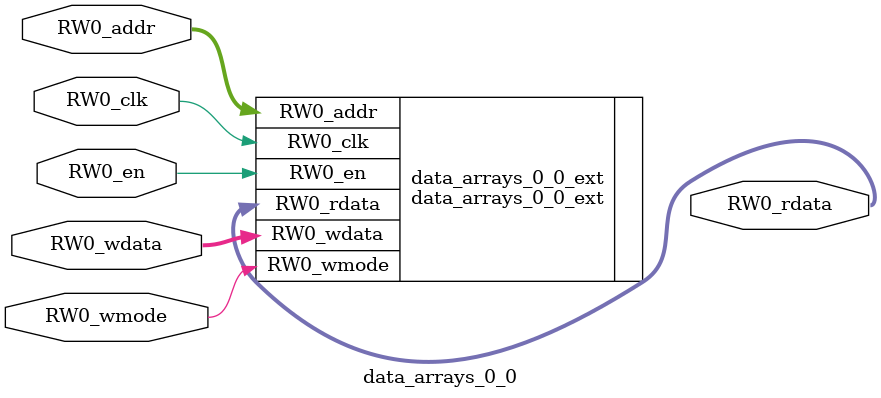
<source format=sv>
`ifndef RANDOMIZE
  `ifdef RANDOMIZE_REG_INIT
    `define RANDOMIZE
  `endif // RANDOMIZE_REG_INIT
`endif // not def RANDOMIZE
`ifndef RANDOMIZE
  `ifdef RANDOMIZE_MEM_INIT
    `define RANDOMIZE
  `endif // RANDOMIZE_MEM_INIT
`endif // not def RANDOMIZE

`ifndef RANDOM
  `define RANDOM $random
`endif // not def RANDOM

// Users can define 'PRINTF_COND' to add an extra gate to prints.
`ifndef PRINTF_COND_
  `ifdef PRINTF_COND
    `define PRINTF_COND_ (`PRINTF_COND)
  `else  // PRINTF_COND
    `define PRINTF_COND_ 1
  `endif // PRINTF_COND
`endif // not def PRINTF_COND_

// Users can define 'ASSERT_VERBOSE_COND' to add an extra gate to assert error printing.
`ifndef ASSERT_VERBOSE_COND_
  `ifdef ASSERT_VERBOSE_COND
    `define ASSERT_VERBOSE_COND_ (`ASSERT_VERBOSE_COND)
  `else  // ASSERT_VERBOSE_COND
    `define ASSERT_VERBOSE_COND_ 1
  `endif // ASSERT_VERBOSE_COND
`endif // not def ASSERT_VERBOSE_COND_

// Users can define 'STOP_COND' to add an extra gate to stop conditions.
`ifndef STOP_COND_
  `ifdef STOP_COND
    `define STOP_COND_ (`STOP_COND)
  `else  // STOP_COND
    `define STOP_COND_ 1
  `endif // STOP_COND
`endif // not def STOP_COND_

// Users can define INIT_RANDOM as general code that gets injected into the
// initializer block for modules with registers.
`ifndef INIT_RANDOM
  `define INIT_RANDOM
`endif // not def INIT_RANDOM

// If using random initialization, you can also define RANDOMIZE_DELAY to
// customize the delay used, otherwise 0.002 is used.
`ifndef RANDOMIZE_DELAY
  `define RANDOMIZE_DELAY 0.002
`endif // not def RANDOMIZE_DELAY

// Define INIT_RANDOM_PROLOG_ for use in our modules below.
`ifndef INIT_RANDOM_PROLOG_
  `ifdef RANDOMIZE
    `ifdef VERILATOR
      `define INIT_RANDOM_PROLOG_ `INIT_RANDOM
    `else  // VERILATOR
      `define INIT_RANDOM_PROLOG_ `INIT_RANDOM #`RANDOMIZE_DELAY begin end
    `endif // VERILATOR
  `else  // RANDOMIZE
    `define INIT_RANDOM_PROLOG_
  `endif // RANDOMIZE
`endif // not def INIT_RANDOM_PROLOG_

module data_arrays_0_0(	// @[DescribedSRAM.scala:17:26]
  input  [9:0]  RW0_addr,
  input         RW0_en,
                RW0_clk,
                RW0_wmode,
  input  [31:0] RW0_wdata,
  output [31:0] RW0_rdata
);

  data_arrays_0_0_ext data_arrays_0_0_ext (	// @[DescribedSRAM.scala:17:26]
    .RW0_addr  (RW0_addr),
    .RW0_en    (RW0_en),
    .RW0_clk   (RW0_clk),
    .RW0_wmode (RW0_wmode),
    .RW0_wdata (RW0_wdata),
    .RW0_rdata (RW0_rdata)
  );
endmodule


</source>
